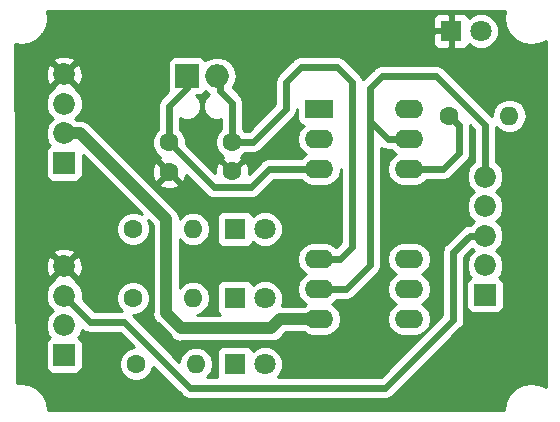
<source format=gbr>
G04 #@! TF.GenerationSoftware,KiCad,Pcbnew,5.0.1*
G04 #@! TF.CreationDate,2019-01-22T15:04:32+05:30*
G04 #@! TF.ProjectId,motor,6D6F746F722E6B696361645F70636200,rev?*
G04 #@! TF.SameCoordinates,Original*
G04 #@! TF.FileFunction,Copper,L1,Top,Signal*
G04 #@! TF.FilePolarity,Positive*
%FSLAX46Y46*%
G04 Gerber Fmt 4.6, Leading zero omitted, Abs format (unit mm)*
G04 Created by KiCad (PCBNEW 5.0.1) date Tue 22 Jan 2019 03:04:32 PM IST*
%MOMM*%
%LPD*%
G01*
G04 APERTURE LIST*
G04 #@! TA.AperFunction,ComponentPad*
%ADD10C,1.850000*%
G04 #@! TD*
G04 #@! TA.AperFunction,ComponentPad*
%ADD11R,1.850000X1.850000*%
G04 #@! TD*
G04 #@! TA.AperFunction,ComponentPad*
%ADD12C,1.800000*%
G04 #@! TD*
G04 #@! TA.AperFunction,ComponentPad*
%ADD13R,1.800000X1.800000*%
G04 #@! TD*
G04 #@! TA.AperFunction,ComponentPad*
%ADD14O,1.600000X1.600000*%
G04 #@! TD*
G04 #@! TA.AperFunction,ComponentPad*
%ADD15C,1.600000*%
G04 #@! TD*
G04 #@! TA.AperFunction,ComponentPad*
%ADD16O,2.400000X1.600000*%
G04 #@! TD*
G04 #@! TA.AperFunction,ComponentPad*
%ADD17R,2.400000X1.600000*%
G04 #@! TD*
G04 #@! TA.AperFunction,ComponentPad*
%ADD18R,1.998980X1.998980*%
G04 #@! TD*
G04 #@! TA.AperFunction,ComponentPad*
%ADD19O,1.998980X1.998980*%
G04 #@! TD*
G04 #@! TA.AperFunction,Conductor*
%ADD20C,1.000000*%
G04 #@! TD*
G04 #@! TA.AperFunction,Conductor*
%ADD21C,0.600000*%
G04 #@! TD*
G04 #@! TA.AperFunction,Conductor*
%ADD22C,0.254000*%
G04 #@! TD*
G04 APERTURE END LIST*
D10*
G04 #@! TO.P,J4,5*
G04 #@! TO.N,/2a*
X123525000Y-96675000D03*
G04 #@! TO.P,J4,4*
G04 #@! TO.N,/1a*
X123525000Y-99175000D03*
G04 #@! TO.P,J4,3*
G04 #@! TO.N,/sw1*
X123525000Y-101675000D03*
G04 #@! TO.P,J4,2*
G04 #@! TO.N,/sw2*
X123525000Y-104175000D03*
D11*
G04 #@! TO.P,J4,1*
G04 #@! TO.N,/sw3*
X123525000Y-106675000D03*
G04 #@! TD*
D12*
G04 #@! TO.P,D4,2*
G04 #@! TO.N,Net-(D4-Pad2)*
X123190000Y-84328000D03*
D13*
G04 #@! TO.P,D4,1*
G04 #@! TO.N,GND*
X120650000Y-84328000D03*
G04 #@! TD*
D14*
G04 #@! TO.P,R4,2*
G04 #@! TO.N,Net-(D4-Pad2)*
X125580000Y-91500000D03*
D15*
G04 #@! TO.P,R4,1*
G04 #@! TO.N,Net-(R4-Pad1)*
X120500000Y-91500000D03*
G04 #@! TD*
G04 #@! TO.P,C2,1*
G04 #@! TO.N,Net-(C2-Pad1)*
X102108000Y-93726000D03*
G04 #@! TO.P,C2,2*
G04 #@! TO.N,GND*
X102108000Y-96226000D03*
G04 #@! TD*
G04 #@! TO.P,C1,2*
G04 #@! TO.N,Net-(C1-Pad2)*
X96774000Y-93766000D03*
G04 #@! TO.P,C1,1*
G04 #@! TO.N,GND*
X96774000Y-96266000D03*
G04 #@! TD*
D14*
G04 #@! TO.P,R3,2*
G04 #@! TO.N,Net-(D3-Pad1)*
X99060000Y-112522000D03*
D15*
G04 #@! TO.P,R3,1*
G04 #@! TO.N,/sw3*
X93980000Y-112522000D03*
G04 #@! TD*
G04 #@! TO.P,R2,1*
G04 #@! TO.N,/sw2*
X93726000Y-106934000D03*
D14*
G04 #@! TO.P,R2,2*
G04 #@! TO.N,Net-(D2-Pad1)*
X98806000Y-106934000D03*
G04 #@! TD*
G04 #@! TO.P,R1,2*
G04 #@! TO.N,Net-(D1-Pad1)*
X98806000Y-101092000D03*
D15*
G04 #@! TO.P,R1,1*
G04 #@! TO.N,/sw1*
X93726000Y-101092000D03*
G04 #@! TD*
D12*
G04 #@! TO.P,D3,2*
G04 #@! TO.N,+5V*
X104902000Y-112522000D03*
D13*
G04 #@! TO.P,D3,1*
G04 #@! TO.N,Net-(D3-Pad1)*
X102362000Y-112522000D03*
G04 #@! TD*
G04 #@! TO.P,D2,1*
G04 #@! TO.N,Net-(D2-Pad1)*
X102362000Y-106934000D03*
D12*
G04 #@! TO.P,D2,2*
G04 #@! TO.N,+5V*
X104902000Y-106934000D03*
G04 #@! TD*
G04 #@! TO.P,D1,2*
G04 #@! TO.N,+5V*
X104902000Y-101092000D03*
D13*
G04 #@! TO.P,D1,1*
G04 #@! TO.N,Net-(D1-Pad1)*
X102362000Y-101092000D03*
G04 #@! TD*
D16*
G04 #@! TO.P,U1,16*
G04 #@! TO.N,+5V*
X117094000Y-90932000D03*
G04 #@! TO.P,U1,8*
G04 #@! TO.N,+12V*
X109474000Y-108712000D03*
G04 #@! TO.P,U1,15*
G04 #@! TO.N,/2a*
X117094000Y-93472000D03*
G04 #@! TO.P,U1,7*
X109474000Y-106172000D03*
G04 #@! TO.P,U1,14*
G04 #@! TO.N,Net-(R4-Pad1)*
X117094000Y-96012000D03*
G04 #@! TO.P,U1,6*
G04 #@! TO.N,Net-(C2-Pad1)*
X109474000Y-103632000D03*
G04 #@! TO.P,U1,13*
G04 #@! TO.N,GND*
X117094000Y-98552000D03*
G04 #@! TO.P,U1,5*
X109474000Y-101092000D03*
G04 #@! TO.P,U1,12*
X117094000Y-101092000D03*
G04 #@! TO.P,U1,4*
X109474000Y-98552000D03*
G04 #@! TO.P,U1,11*
G04 #@! TO.N,Net-(U1-Pad11)*
X117094000Y-103632000D03*
G04 #@! TO.P,U1,3*
G04 #@! TO.N,Net-(C1-Pad2)*
X109474000Y-96012000D03*
G04 #@! TO.P,U1,10*
G04 #@! TO.N,Net-(U1-Pad10)*
X117094000Y-106172000D03*
G04 #@! TO.P,U1,2*
G04 #@! TO.N,/1a*
X109474000Y-93472000D03*
G04 #@! TO.P,U1,9*
X117094000Y-108712000D03*
D17*
G04 #@! TO.P,U1,1*
G04 #@! TO.N,+5V*
X109474000Y-90932000D03*
G04 #@! TD*
D10*
G04 #@! TO.P,J1,4*
G04 #@! TO.N,GND*
X87884000Y-88004000D03*
G04 #@! TO.P,J1,3*
G04 #@! TO.N,+5V*
X87884000Y-90504000D03*
G04 #@! TO.P,J1,2*
G04 #@! TO.N,+12V*
X87884000Y-93004000D03*
D11*
G04 #@! TO.P,J1,1*
G04 #@! TO.N,Net-(J1-Pad1)*
X87884000Y-95504000D03*
G04 #@! TD*
G04 #@! TO.P,J2,1*
G04 #@! TO.N,/sw3*
X87884000Y-111760000D03*
D10*
G04 #@! TO.P,J2,2*
G04 #@! TO.N,/sw2*
X87884000Y-109260000D03*
G04 #@! TO.P,J2,3*
G04 #@! TO.N,/sw1*
X87884000Y-106760000D03*
G04 #@! TO.P,J2,4*
G04 #@! TO.N,GND*
X87884000Y-104260000D03*
G04 #@! TD*
D18*
G04 #@! TO.P,J3,1*
G04 #@! TO.N,Net-(C1-Pad2)*
X98298000Y-88138000D03*
D19*
G04 #@! TO.P,J3,2*
G04 #@! TO.N,Net-(C2-Pad1)*
X100838000Y-88138000D03*
G04 #@! TD*
D20*
G04 #@! TO.N,+12V*
X105410000Y-109474000D02*
X106172000Y-108712000D01*
X96520000Y-108204000D02*
X97790000Y-109474000D01*
X106172000Y-108712000D02*
X109474000Y-108712000D01*
X97790000Y-109474000D02*
X105410000Y-109474000D01*
X96520000Y-100275000D02*
X96520000Y-108204000D01*
X89249000Y-93004000D02*
X87884000Y-93004000D01*
X96520000Y-100275000D02*
X89249000Y-93004000D01*
D21*
G04 #@! TO.N,/sw1*
X115062000Y-114554000D02*
X98552000Y-114554000D01*
X92964000Y-108966000D02*
X90090000Y-108966000D01*
X98552000Y-114554000D02*
X92964000Y-108966000D01*
X90090000Y-108966000D02*
X87884000Y-106760000D01*
X120825000Y-103066853D02*
X120825000Y-108791000D01*
X122216853Y-101675000D02*
X120825000Y-103066853D01*
X123525000Y-101675000D02*
X122216853Y-101675000D01*
X120825000Y-108791000D02*
X115062000Y-114554000D01*
G04 #@! TO.N,/2a*
X111760000Y-106172000D02*
X109474000Y-106172000D01*
X113792000Y-104140000D02*
X111760000Y-106172000D01*
X119380000Y-88138000D02*
X114808000Y-88138000D01*
X123535001Y-92293001D02*
X119380000Y-88138000D01*
X114808000Y-88138000D02*
X113792000Y-89154000D01*
X115294000Y-93472000D02*
X113792000Y-91970000D01*
X113792000Y-91970000D02*
X113792000Y-91100000D01*
X117094000Y-93472000D02*
X115294000Y-93472000D01*
X113792000Y-89154000D02*
X113792000Y-91100000D01*
X113792000Y-91100000D02*
X113792000Y-104140000D01*
X123525000Y-94335001D02*
X123535001Y-94325000D01*
X123525000Y-96675000D02*
X123525000Y-94335001D01*
X123535001Y-95755001D02*
X123535001Y-94325000D01*
X123535001Y-94325000D02*
X123535001Y-92293001D01*
G04 #@! TO.N,Net-(C1-Pad2)*
X98298000Y-89123998D02*
X98298000Y-88138000D01*
X96774000Y-90647998D02*
X98298000Y-89123998D01*
X96774000Y-93766000D02*
X96774000Y-90647998D01*
X105263000Y-96012000D02*
X109474000Y-96012000D01*
X103748999Y-97526001D02*
X105263000Y-96012000D01*
X96774000Y-93766000D02*
X100534001Y-97526001D01*
X100534001Y-97526001D02*
X103748999Y-97526001D01*
G04 #@! TO.N,Net-(C2-Pad1)*
X102108000Y-90393998D02*
X101092000Y-89377998D01*
X102108000Y-93726000D02*
X102108000Y-90393998D01*
X101092000Y-88392000D02*
X100838000Y-88138000D01*
X101092000Y-89377998D02*
X101092000Y-88392000D01*
X111252000Y-103632000D02*
X109474000Y-103632000D01*
X112268000Y-102616000D02*
X111252000Y-103632000D01*
X112268000Y-88646000D02*
X112268000Y-102616000D01*
X102108000Y-93726000D02*
X103886000Y-93726000D01*
X106680000Y-90932000D02*
X106680000Y-88646000D01*
X103886000Y-93726000D02*
X106680000Y-90932000D01*
X107950000Y-87376000D02*
X110998000Y-87376000D01*
X106680000Y-88646000D02*
X107950000Y-87376000D01*
X110998000Y-87376000D02*
X112268000Y-88646000D01*
G04 #@! TO.N,Net-(R4-Pad1)*
X121299999Y-92299999D02*
X121299999Y-94700001D01*
X120500000Y-91500000D02*
X121299999Y-92299999D01*
X119988000Y-96012000D02*
X117094000Y-96012000D01*
X121299999Y-94700001D02*
X119988000Y-96012000D01*
G04 #@! TD*
D22*
G04 #@! TO.N,GND*
G36*
X125105000Y-83220000D02*
X125217815Y-83932284D01*
X125545216Y-84574845D01*
X126055155Y-85084784D01*
X126697716Y-85412185D01*
X127410000Y-85525000D01*
X128122284Y-85412185D01*
X128651000Y-85142791D01*
X128651000Y-114497209D01*
X128122284Y-114227815D01*
X127410000Y-114115000D01*
X126697716Y-114227815D01*
X126055155Y-114555216D01*
X125545216Y-115065155D01*
X125217815Y-115707716D01*
X125105000Y-116420000D01*
X125111177Y-116459000D01*
X86508823Y-116459000D01*
X86515000Y-116420000D01*
X86402185Y-115707716D01*
X86074784Y-115065155D01*
X85564845Y-114555216D01*
X84922284Y-114227815D01*
X84210000Y-114115000D01*
X83928895Y-114159523D01*
X83853178Y-104013368D01*
X86312675Y-104013368D01*
X86337903Y-104633461D01*
X86526668Y-105089179D01*
X86785744Y-105178651D01*
X87704395Y-104260000D01*
X88063605Y-104260000D01*
X88982256Y-105178651D01*
X89241332Y-105089179D01*
X89455325Y-104506632D01*
X89430097Y-103886539D01*
X89241332Y-103430821D01*
X88982256Y-103341349D01*
X88063605Y-104260000D01*
X87704395Y-104260000D01*
X86785744Y-103341349D01*
X86526668Y-103430821D01*
X86312675Y-104013368D01*
X83853178Y-104013368D01*
X83846823Y-103161744D01*
X86965349Y-103161744D01*
X87884000Y-104080395D01*
X88802651Y-103161744D01*
X88713179Y-102902668D01*
X88130632Y-102688675D01*
X87510539Y-102713903D01*
X87054821Y-102902668D01*
X86965349Y-103161744D01*
X83846823Y-103161744D01*
X83782772Y-94579000D01*
X86311560Y-94579000D01*
X86311560Y-96429000D01*
X86360843Y-96676765D01*
X86501191Y-96886809D01*
X86711235Y-97027157D01*
X86959000Y-97076440D01*
X88809000Y-97076440D01*
X89056765Y-97027157D01*
X89266809Y-96886809D01*
X89407157Y-96676765D01*
X89456440Y-96429000D01*
X89456440Y-94816571D01*
X94498697Y-99858829D01*
X94011439Y-99657000D01*
X93440561Y-99657000D01*
X92913138Y-99875466D01*
X92509466Y-100279138D01*
X92291000Y-100806561D01*
X92291000Y-101377439D01*
X92509466Y-101904862D01*
X92913138Y-102308534D01*
X93440561Y-102527000D01*
X94011439Y-102527000D01*
X94538862Y-102308534D01*
X94942534Y-101904862D01*
X95161000Y-101377439D01*
X95161000Y-100806561D01*
X94959171Y-100319303D01*
X95385000Y-100745132D01*
X95385001Y-108092212D01*
X95362765Y-108204000D01*
X95450854Y-108646854D01*
X95516085Y-108744478D01*
X95701712Y-109022289D01*
X95796480Y-109085611D01*
X96908389Y-110197521D01*
X96971711Y-110292289D01*
X97347145Y-110543146D01*
X97789999Y-110631235D01*
X97901782Y-110609000D01*
X105298217Y-110609000D01*
X105410000Y-110631235D01*
X105521783Y-110609000D01*
X105852855Y-110543146D01*
X106228289Y-110292289D01*
X106291613Y-110197519D01*
X106642132Y-109847000D01*
X108189717Y-109847000D01*
X108514091Y-110063740D01*
X108932667Y-110147000D01*
X110015333Y-110147000D01*
X110433909Y-110063740D01*
X110908577Y-109746577D01*
X111225740Y-109271909D01*
X111337113Y-108712000D01*
X111225740Y-108152091D01*
X110908577Y-107677423D01*
X110556242Y-107442000D01*
X110908577Y-107206577D01*
X110975112Y-107107000D01*
X111667914Y-107107000D01*
X111760000Y-107125317D01*
X111852086Y-107107000D01*
X112124819Y-107052750D01*
X112434097Y-106846097D01*
X112486261Y-106768028D01*
X114388031Y-104866259D01*
X114466097Y-104814097D01*
X114672750Y-104504819D01*
X114727000Y-104232086D01*
X114745317Y-104140000D01*
X114727000Y-104047914D01*
X114727000Y-103632000D01*
X115230887Y-103632000D01*
X115342260Y-104191909D01*
X115659423Y-104666577D01*
X116011758Y-104902000D01*
X115659423Y-105137423D01*
X115342260Y-105612091D01*
X115230887Y-106172000D01*
X115342260Y-106731909D01*
X115659423Y-107206577D01*
X116011758Y-107442000D01*
X115659423Y-107677423D01*
X115342260Y-108152091D01*
X115230887Y-108712000D01*
X115342260Y-109271909D01*
X115659423Y-109746577D01*
X116134091Y-110063740D01*
X116552667Y-110147000D01*
X117635333Y-110147000D01*
X118053909Y-110063740D01*
X118528577Y-109746577D01*
X118845740Y-109271909D01*
X118957113Y-108712000D01*
X118845740Y-108152091D01*
X118528577Y-107677423D01*
X118176242Y-107442000D01*
X118528577Y-107206577D01*
X118845740Y-106731909D01*
X118957113Y-106172000D01*
X118845740Y-105612091D01*
X118528577Y-105137423D01*
X118176242Y-104902000D01*
X118528577Y-104666577D01*
X118845740Y-104191909D01*
X118957113Y-103632000D01*
X118845740Y-103072091D01*
X118528577Y-102597423D01*
X118053909Y-102280260D01*
X117635333Y-102197000D01*
X116552667Y-102197000D01*
X116134091Y-102280260D01*
X115659423Y-102597423D01*
X115342260Y-103072091D01*
X115230887Y-103632000D01*
X114727000Y-103632000D01*
X114727000Y-94217657D01*
X114929181Y-94352750D01*
X115294000Y-94425317D01*
X115386086Y-94407000D01*
X115592888Y-94407000D01*
X115659423Y-94506577D01*
X116011758Y-94742000D01*
X115659423Y-94977423D01*
X115342260Y-95452091D01*
X115230887Y-96012000D01*
X115342260Y-96571909D01*
X115659423Y-97046577D01*
X116134091Y-97363740D01*
X116552667Y-97447000D01*
X117635333Y-97447000D01*
X118053909Y-97363740D01*
X118528577Y-97046577D01*
X118595112Y-96947000D01*
X119895914Y-96947000D01*
X119988000Y-96965317D01*
X120080086Y-96947000D01*
X120352819Y-96892750D01*
X120662097Y-96686097D01*
X120714261Y-96608028D01*
X121896030Y-95426260D01*
X121974096Y-95374098D01*
X122180749Y-95064820D01*
X122234999Y-94792087D01*
X122253316Y-94700001D01*
X122234999Y-94607915D01*
X122234999Y-92392079D01*
X122247739Y-92328029D01*
X122600002Y-92680292D01*
X122600001Y-94192637D01*
X122571683Y-94335001D01*
X122590001Y-94427091D01*
X122590001Y-95403826D01*
X122202496Y-95791331D01*
X121965000Y-96364697D01*
X121965000Y-96985303D01*
X122202496Y-97558669D01*
X122568827Y-97925000D01*
X122202496Y-98291331D01*
X121965000Y-98864697D01*
X121965000Y-99485303D01*
X122202496Y-100058669D01*
X122568827Y-100425000D01*
X122262970Y-100730857D01*
X122216852Y-100721684D01*
X122124770Y-100740000D01*
X122124767Y-100740000D01*
X121852034Y-100794250D01*
X121542756Y-101000903D01*
X121490594Y-101078969D01*
X120228972Y-102340592D01*
X120150903Y-102392756D01*
X120005746Y-102610000D01*
X119944250Y-102702035D01*
X119871683Y-103066853D01*
X119890000Y-103158939D01*
X119890001Y-108403709D01*
X114674711Y-113619000D01*
X105975817Y-113619000D01*
X106203310Y-113391507D01*
X106437000Y-112827330D01*
X106437000Y-112216670D01*
X106203310Y-111652493D01*
X105771507Y-111220690D01*
X105207330Y-110987000D01*
X104596670Y-110987000D01*
X104032493Y-111220690D01*
X103863275Y-111389908D01*
X103860157Y-111374235D01*
X103719809Y-111164191D01*
X103509765Y-111023843D01*
X103262000Y-110974560D01*
X101462000Y-110974560D01*
X101214235Y-111023843D01*
X101004191Y-111164191D01*
X100863843Y-111374235D01*
X100814560Y-111622000D01*
X100814560Y-113422000D01*
X100853745Y-113619000D01*
X100001154Y-113619000D01*
X100094577Y-113556577D01*
X100411740Y-113081909D01*
X100523113Y-112522000D01*
X100411740Y-111962091D01*
X100094577Y-111487423D01*
X99619909Y-111170260D01*
X99201333Y-111087000D01*
X98918667Y-111087000D01*
X98500091Y-111170260D01*
X98025423Y-111487423D01*
X97708260Y-111962091D01*
X97637602Y-112317312D01*
X93690261Y-108369972D01*
X93689612Y-108369000D01*
X94011439Y-108369000D01*
X94538862Y-108150534D01*
X94942534Y-107746862D01*
X95161000Y-107219439D01*
X95161000Y-106648561D01*
X94942534Y-106121138D01*
X94538862Y-105717466D01*
X94011439Y-105499000D01*
X93440561Y-105499000D01*
X92913138Y-105717466D01*
X92509466Y-106121138D01*
X92291000Y-106648561D01*
X92291000Y-107219439D01*
X92509466Y-107746862D01*
X92793604Y-108031000D01*
X90477290Y-108031000D01*
X89444000Y-106997711D01*
X89444000Y-106449697D01*
X89206504Y-105876331D01*
X88773330Y-105443157D01*
X88802651Y-105358256D01*
X87884000Y-104439605D01*
X86965349Y-105358256D01*
X86994670Y-105443157D01*
X86561496Y-105876331D01*
X86324000Y-106449697D01*
X86324000Y-107070303D01*
X86561496Y-107643669D01*
X86927827Y-108010000D01*
X86561496Y-108376331D01*
X86324000Y-108949697D01*
X86324000Y-109570303D01*
X86561496Y-110143669D01*
X86677327Y-110259500D01*
X86501191Y-110377191D01*
X86360843Y-110587235D01*
X86311560Y-110835000D01*
X86311560Y-112685000D01*
X86360843Y-112932765D01*
X86501191Y-113142809D01*
X86711235Y-113283157D01*
X86959000Y-113332440D01*
X88809000Y-113332440D01*
X89056765Y-113283157D01*
X89266809Y-113142809D01*
X89407157Y-112932765D01*
X89456440Y-112685000D01*
X89456440Y-110835000D01*
X89407157Y-110587235D01*
X89266809Y-110377191D01*
X89090673Y-110259500D01*
X89206504Y-110143669D01*
X89415401Y-109639346D01*
X89415903Y-109640097D01*
X89493969Y-109692259D01*
X89725181Y-109846750D01*
X90089999Y-109919317D01*
X90182085Y-109901000D01*
X92576711Y-109901000D01*
X93762711Y-111087000D01*
X93694561Y-111087000D01*
X93167138Y-111305466D01*
X92763466Y-111709138D01*
X92545000Y-112236561D01*
X92545000Y-112807439D01*
X92763466Y-113334862D01*
X93167138Y-113738534D01*
X93694561Y-113957000D01*
X94265439Y-113957000D01*
X94792862Y-113738534D01*
X95196534Y-113334862D01*
X95415000Y-112807439D01*
X95415000Y-112739290D01*
X97825741Y-115150031D01*
X97877903Y-115228097D01*
X98187181Y-115434750D01*
X98459914Y-115489000D01*
X98459917Y-115489000D01*
X98551999Y-115507316D01*
X98644081Y-115489000D01*
X114969914Y-115489000D01*
X115062000Y-115507317D01*
X115154086Y-115489000D01*
X115426819Y-115434750D01*
X115736097Y-115228097D01*
X115788261Y-115150028D01*
X121421031Y-109517259D01*
X121499097Y-109465097D01*
X121705750Y-109155819D01*
X121760000Y-108883086D01*
X121778317Y-108791000D01*
X121760000Y-108698914D01*
X121760000Y-103454142D01*
X122428985Y-102785158D01*
X122568827Y-102925000D01*
X122202496Y-103291331D01*
X121965000Y-103864697D01*
X121965000Y-104485303D01*
X122202496Y-105058669D01*
X122318327Y-105174500D01*
X122142191Y-105292191D01*
X122001843Y-105502235D01*
X121952560Y-105750000D01*
X121952560Y-107600000D01*
X122001843Y-107847765D01*
X122142191Y-108057809D01*
X122352235Y-108198157D01*
X122600000Y-108247440D01*
X124450000Y-108247440D01*
X124697765Y-108198157D01*
X124907809Y-108057809D01*
X125048157Y-107847765D01*
X125097440Y-107600000D01*
X125097440Y-105750000D01*
X125048157Y-105502235D01*
X124907809Y-105292191D01*
X124731673Y-105174500D01*
X124847504Y-105058669D01*
X125085000Y-104485303D01*
X125085000Y-103864697D01*
X124847504Y-103291331D01*
X124481173Y-102925000D01*
X124847504Y-102558669D01*
X125085000Y-101985303D01*
X125085000Y-101364697D01*
X124847504Y-100791331D01*
X124481173Y-100425000D01*
X124847504Y-100058669D01*
X125085000Y-99485303D01*
X125085000Y-98864697D01*
X124847504Y-98291331D01*
X124481173Y-97925000D01*
X124847504Y-97558669D01*
X125085000Y-96985303D01*
X125085000Y-96364697D01*
X124847504Y-95791331D01*
X124470001Y-95413828D01*
X124470001Y-94417085D01*
X124488318Y-94325000D01*
X124470001Y-94232914D01*
X124470001Y-92421700D01*
X124545423Y-92534577D01*
X125020091Y-92851740D01*
X125438667Y-92935000D01*
X125721333Y-92935000D01*
X126139909Y-92851740D01*
X126614577Y-92534577D01*
X126931740Y-92059909D01*
X127043113Y-91500000D01*
X126931740Y-90940091D01*
X126614577Y-90465423D01*
X126139909Y-90148260D01*
X125721333Y-90065000D01*
X125438667Y-90065000D01*
X125020091Y-90148260D01*
X124545423Y-90465423D01*
X124228260Y-90940091D01*
X124116887Y-91500000D01*
X124129947Y-91565657D01*
X120106261Y-87541972D01*
X120054097Y-87463903D01*
X119744819Y-87257250D01*
X119472086Y-87203000D01*
X119380000Y-87184683D01*
X119287914Y-87203000D01*
X114900086Y-87203000D01*
X114808000Y-87184683D01*
X114715914Y-87203000D01*
X114443181Y-87257250D01*
X114133903Y-87463903D01*
X114081741Y-87541969D01*
X113195972Y-88427739D01*
X113180022Y-88438396D01*
X113148750Y-88281181D01*
X112942097Y-87971903D01*
X112864031Y-87919741D01*
X111724261Y-86779972D01*
X111672097Y-86701903D01*
X111362819Y-86495250D01*
X111090086Y-86441000D01*
X110998000Y-86422683D01*
X110905914Y-86441000D01*
X108042081Y-86441000D01*
X107949999Y-86422684D01*
X107857917Y-86441000D01*
X107857914Y-86441000D01*
X107585181Y-86495250D01*
X107275903Y-86701903D01*
X107223741Y-86779969D01*
X106083970Y-87919741D01*
X106005904Y-87971903D01*
X105953742Y-88049969D01*
X105953741Y-88049970D01*
X105799250Y-88281182D01*
X105726683Y-88646000D01*
X105745001Y-88738090D01*
X105745000Y-90544711D01*
X103498711Y-92791000D01*
X103202396Y-92791000D01*
X103043000Y-92631604D01*
X103043000Y-90486084D01*
X103061317Y-90393998D01*
X102988750Y-90029179D01*
X102834259Y-89797967D01*
X102782097Y-89719901D01*
X102704031Y-89667739D01*
X102151100Y-89114809D01*
X102377655Y-88775746D01*
X102504511Y-88138000D01*
X102377655Y-87500254D01*
X102016401Y-86959599D01*
X101475746Y-86598345D01*
X100998980Y-86503510D01*
X100677020Y-86503510D01*
X100200254Y-86598345D01*
X99854595Y-86829307D01*
X99755299Y-86680701D01*
X99545255Y-86540353D01*
X99297490Y-86491070D01*
X97298510Y-86491070D01*
X97050745Y-86540353D01*
X96840701Y-86680701D01*
X96700353Y-86890745D01*
X96651070Y-87138510D01*
X96651070Y-89137490D01*
X96700353Y-89385255D01*
X96706001Y-89393708D01*
X96177970Y-89921739D01*
X96099904Y-89973901D01*
X96047742Y-90051967D01*
X96047741Y-90051968D01*
X95893250Y-90283180D01*
X95820683Y-90647998D01*
X95839001Y-90740088D01*
X95839000Y-92671604D01*
X95557466Y-92953138D01*
X95339000Y-93480561D01*
X95339000Y-94051439D01*
X95557466Y-94578862D01*
X95961138Y-94982534D01*
X96026299Y-95009525D01*
X96019995Y-95012136D01*
X95945861Y-95258255D01*
X96774000Y-96086395D01*
X96788143Y-96072253D01*
X96967748Y-96251858D01*
X96953605Y-96266000D01*
X97781745Y-97094139D01*
X98027864Y-97020005D01*
X98207090Y-96521379D01*
X99807742Y-98122032D01*
X99859904Y-98200098D01*
X100169182Y-98406751D01*
X100441915Y-98461001D01*
X100441919Y-98461001D01*
X100534000Y-98479317D01*
X100626081Y-98461001D01*
X103656913Y-98461001D01*
X103748999Y-98479318D01*
X103841085Y-98461001D01*
X104113818Y-98406751D01*
X104423096Y-98200098D01*
X104475260Y-98122029D01*
X105650290Y-96947000D01*
X107972888Y-96947000D01*
X108039423Y-97046577D01*
X108514091Y-97363740D01*
X108932667Y-97447000D01*
X110015333Y-97447000D01*
X110433909Y-97363740D01*
X110908577Y-97046577D01*
X111225740Y-96571909D01*
X111333001Y-96032675D01*
X111333001Y-102228709D01*
X110930892Y-102630819D01*
X110908577Y-102597423D01*
X110433909Y-102280260D01*
X110015333Y-102197000D01*
X108932667Y-102197000D01*
X108514091Y-102280260D01*
X108039423Y-102597423D01*
X107722260Y-103072091D01*
X107610887Y-103632000D01*
X107722260Y-104191909D01*
X108039423Y-104666577D01*
X108391758Y-104902000D01*
X108039423Y-105137423D01*
X107722260Y-105612091D01*
X107610887Y-106172000D01*
X107722260Y-106731909D01*
X108039423Y-107206577D01*
X108391758Y-107442000D01*
X108189717Y-107577000D01*
X106297132Y-107577000D01*
X106437000Y-107239330D01*
X106437000Y-106628670D01*
X106203310Y-106064493D01*
X105771507Y-105632690D01*
X105207330Y-105399000D01*
X104596670Y-105399000D01*
X104032493Y-105632690D01*
X103863275Y-105801908D01*
X103860157Y-105786235D01*
X103719809Y-105576191D01*
X103509765Y-105435843D01*
X103262000Y-105386560D01*
X101462000Y-105386560D01*
X101214235Y-105435843D01*
X101004191Y-105576191D01*
X100863843Y-105786235D01*
X100814560Y-106034000D01*
X100814560Y-107834000D01*
X100863843Y-108081765D01*
X101004191Y-108291809D01*
X101074817Y-108339000D01*
X99098153Y-108339000D01*
X99365909Y-108285740D01*
X99840577Y-107968577D01*
X100157740Y-107493909D01*
X100269113Y-106934000D01*
X100157740Y-106374091D01*
X99840577Y-105899423D01*
X99365909Y-105582260D01*
X98947333Y-105499000D01*
X98664667Y-105499000D01*
X98246091Y-105582260D01*
X97771423Y-105899423D01*
X97655000Y-106073662D01*
X97655000Y-101952338D01*
X97771423Y-102126577D01*
X98246091Y-102443740D01*
X98664667Y-102527000D01*
X98947333Y-102527000D01*
X99365909Y-102443740D01*
X99840577Y-102126577D01*
X100157740Y-101651909D01*
X100269113Y-101092000D01*
X100157740Y-100532091D01*
X99930499Y-100192000D01*
X100814560Y-100192000D01*
X100814560Y-101992000D01*
X100863843Y-102239765D01*
X101004191Y-102449809D01*
X101214235Y-102590157D01*
X101462000Y-102639440D01*
X103262000Y-102639440D01*
X103509765Y-102590157D01*
X103719809Y-102449809D01*
X103860157Y-102239765D01*
X103863275Y-102224092D01*
X104032493Y-102393310D01*
X104596670Y-102627000D01*
X105207330Y-102627000D01*
X105771507Y-102393310D01*
X106203310Y-101961507D01*
X106437000Y-101397330D01*
X106437000Y-100786670D01*
X106203310Y-100222493D01*
X105771507Y-99790690D01*
X105207330Y-99557000D01*
X104596670Y-99557000D01*
X104032493Y-99790690D01*
X103863275Y-99959908D01*
X103860157Y-99944235D01*
X103719809Y-99734191D01*
X103509765Y-99593843D01*
X103262000Y-99544560D01*
X101462000Y-99544560D01*
X101214235Y-99593843D01*
X101004191Y-99734191D01*
X100863843Y-99944235D01*
X100814560Y-100192000D01*
X99930499Y-100192000D01*
X99840577Y-100057423D01*
X99365909Y-99740260D01*
X98947333Y-99657000D01*
X98664667Y-99657000D01*
X98246091Y-99740260D01*
X97771423Y-100057423D01*
X97665491Y-100215961D01*
X97589146Y-99832145D01*
X97523695Y-99734191D01*
X97338289Y-99456711D01*
X97243522Y-99393390D01*
X95123877Y-97273745D01*
X95945861Y-97273745D01*
X96019995Y-97519864D01*
X96557223Y-97712965D01*
X97127454Y-97685778D01*
X97528005Y-97519864D01*
X97602139Y-97273745D01*
X96774000Y-96445605D01*
X95945861Y-97273745D01*
X95123877Y-97273745D01*
X93899355Y-96049223D01*
X95327035Y-96049223D01*
X95354222Y-96619454D01*
X95520136Y-97020005D01*
X95766255Y-97094139D01*
X96594395Y-96266000D01*
X95766255Y-95437861D01*
X95520136Y-95511995D01*
X95327035Y-96049223D01*
X93899355Y-96049223D01*
X90130613Y-92280482D01*
X90067289Y-92185711D01*
X89691855Y-91934854D01*
X89360783Y-91869000D01*
X89249000Y-91846765D01*
X89137217Y-91869000D01*
X88955173Y-91869000D01*
X88840173Y-91754000D01*
X89206504Y-91387669D01*
X89444000Y-90814303D01*
X89444000Y-90193697D01*
X89206504Y-89620331D01*
X88773330Y-89187157D01*
X88802651Y-89102256D01*
X87884000Y-88183605D01*
X86965349Y-89102256D01*
X86994670Y-89187157D01*
X86561496Y-89620331D01*
X86324000Y-90193697D01*
X86324000Y-90814303D01*
X86561496Y-91387669D01*
X86927827Y-91754000D01*
X86561496Y-92120331D01*
X86324000Y-92693697D01*
X86324000Y-93314303D01*
X86561496Y-93887669D01*
X86677327Y-94003500D01*
X86501191Y-94121191D01*
X86360843Y-94331235D01*
X86311560Y-94579000D01*
X83782772Y-94579000D01*
X83731865Y-87757368D01*
X86312675Y-87757368D01*
X86337903Y-88377461D01*
X86526668Y-88833179D01*
X86785744Y-88922651D01*
X87704395Y-88004000D01*
X88063605Y-88004000D01*
X88982256Y-88922651D01*
X89241332Y-88833179D01*
X89455325Y-88250632D01*
X89430097Y-87630539D01*
X89241332Y-87174821D01*
X88982256Y-87085349D01*
X88063605Y-88004000D01*
X87704395Y-88004000D01*
X86785744Y-87085349D01*
X86526668Y-87174821D01*
X86312675Y-87757368D01*
X83731865Y-87757368D01*
X83725510Y-86905744D01*
X86965349Y-86905744D01*
X87884000Y-87824395D01*
X88802651Y-86905744D01*
X88713179Y-86646668D01*
X88130632Y-86432675D01*
X87510539Y-86457903D01*
X87054821Y-86646668D01*
X86965349Y-86905744D01*
X83725510Y-86905744D01*
X83714619Y-85446539D01*
X84210000Y-85525000D01*
X84922284Y-85412185D01*
X85564845Y-85084784D01*
X86035879Y-84613750D01*
X119115000Y-84613750D01*
X119115000Y-85354310D01*
X119211673Y-85587699D01*
X119390302Y-85766327D01*
X119623691Y-85863000D01*
X120364250Y-85863000D01*
X120523000Y-85704250D01*
X120523000Y-84455000D01*
X119273750Y-84455000D01*
X119115000Y-84613750D01*
X86035879Y-84613750D01*
X86074784Y-84574845D01*
X86402185Y-83932284D01*
X86502061Y-83301690D01*
X119115000Y-83301690D01*
X119115000Y-84042250D01*
X119273750Y-84201000D01*
X120523000Y-84201000D01*
X120523000Y-82951750D01*
X120777000Y-82951750D01*
X120777000Y-84201000D01*
X120797000Y-84201000D01*
X120797000Y-84455000D01*
X120777000Y-84455000D01*
X120777000Y-85704250D01*
X120935750Y-85863000D01*
X121676309Y-85863000D01*
X121909698Y-85766327D01*
X122088327Y-85587699D01*
X122144139Y-85452956D01*
X122320493Y-85629310D01*
X122884670Y-85863000D01*
X123495330Y-85863000D01*
X124059507Y-85629310D01*
X124491310Y-85197507D01*
X124725000Y-84633330D01*
X124725000Y-84022670D01*
X124491310Y-83458493D01*
X124059507Y-83026690D01*
X123495330Y-82793000D01*
X122884670Y-82793000D01*
X122320493Y-83026690D01*
X122144139Y-83203044D01*
X122088327Y-83068301D01*
X121909698Y-82889673D01*
X121676309Y-82793000D01*
X120935750Y-82793000D01*
X120777000Y-82951750D01*
X120523000Y-82951750D01*
X120364250Y-82793000D01*
X119623691Y-82793000D01*
X119390302Y-82889673D01*
X119211673Y-83068301D01*
X119115000Y-83301690D01*
X86502061Y-83301690D01*
X86515000Y-83220000D01*
X86428997Y-82677000D01*
X125191003Y-82677000D01*
X125105000Y-83220000D01*
X125105000Y-83220000D01*
G37*
X125105000Y-83220000D02*
X125217815Y-83932284D01*
X125545216Y-84574845D01*
X126055155Y-85084784D01*
X126697716Y-85412185D01*
X127410000Y-85525000D01*
X128122284Y-85412185D01*
X128651000Y-85142791D01*
X128651000Y-114497209D01*
X128122284Y-114227815D01*
X127410000Y-114115000D01*
X126697716Y-114227815D01*
X126055155Y-114555216D01*
X125545216Y-115065155D01*
X125217815Y-115707716D01*
X125105000Y-116420000D01*
X125111177Y-116459000D01*
X86508823Y-116459000D01*
X86515000Y-116420000D01*
X86402185Y-115707716D01*
X86074784Y-115065155D01*
X85564845Y-114555216D01*
X84922284Y-114227815D01*
X84210000Y-114115000D01*
X83928895Y-114159523D01*
X83853178Y-104013368D01*
X86312675Y-104013368D01*
X86337903Y-104633461D01*
X86526668Y-105089179D01*
X86785744Y-105178651D01*
X87704395Y-104260000D01*
X88063605Y-104260000D01*
X88982256Y-105178651D01*
X89241332Y-105089179D01*
X89455325Y-104506632D01*
X89430097Y-103886539D01*
X89241332Y-103430821D01*
X88982256Y-103341349D01*
X88063605Y-104260000D01*
X87704395Y-104260000D01*
X86785744Y-103341349D01*
X86526668Y-103430821D01*
X86312675Y-104013368D01*
X83853178Y-104013368D01*
X83846823Y-103161744D01*
X86965349Y-103161744D01*
X87884000Y-104080395D01*
X88802651Y-103161744D01*
X88713179Y-102902668D01*
X88130632Y-102688675D01*
X87510539Y-102713903D01*
X87054821Y-102902668D01*
X86965349Y-103161744D01*
X83846823Y-103161744D01*
X83782772Y-94579000D01*
X86311560Y-94579000D01*
X86311560Y-96429000D01*
X86360843Y-96676765D01*
X86501191Y-96886809D01*
X86711235Y-97027157D01*
X86959000Y-97076440D01*
X88809000Y-97076440D01*
X89056765Y-97027157D01*
X89266809Y-96886809D01*
X89407157Y-96676765D01*
X89456440Y-96429000D01*
X89456440Y-94816571D01*
X94498697Y-99858829D01*
X94011439Y-99657000D01*
X93440561Y-99657000D01*
X92913138Y-99875466D01*
X92509466Y-100279138D01*
X92291000Y-100806561D01*
X92291000Y-101377439D01*
X92509466Y-101904862D01*
X92913138Y-102308534D01*
X93440561Y-102527000D01*
X94011439Y-102527000D01*
X94538862Y-102308534D01*
X94942534Y-101904862D01*
X95161000Y-101377439D01*
X95161000Y-100806561D01*
X94959171Y-100319303D01*
X95385000Y-100745132D01*
X95385001Y-108092212D01*
X95362765Y-108204000D01*
X95450854Y-108646854D01*
X95516085Y-108744478D01*
X95701712Y-109022289D01*
X95796480Y-109085611D01*
X96908389Y-110197521D01*
X96971711Y-110292289D01*
X97347145Y-110543146D01*
X97789999Y-110631235D01*
X97901782Y-110609000D01*
X105298217Y-110609000D01*
X105410000Y-110631235D01*
X105521783Y-110609000D01*
X105852855Y-110543146D01*
X106228289Y-110292289D01*
X106291613Y-110197519D01*
X106642132Y-109847000D01*
X108189717Y-109847000D01*
X108514091Y-110063740D01*
X108932667Y-110147000D01*
X110015333Y-110147000D01*
X110433909Y-110063740D01*
X110908577Y-109746577D01*
X111225740Y-109271909D01*
X111337113Y-108712000D01*
X111225740Y-108152091D01*
X110908577Y-107677423D01*
X110556242Y-107442000D01*
X110908577Y-107206577D01*
X110975112Y-107107000D01*
X111667914Y-107107000D01*
X111760000Y-107125317D01*
X111852086Y-107107000D01*
X112124819Y-107052750D01*
X112434097Y-106846097D01*
X112486261Y-106768028D01*
X114388031Y-104866259D01*
X114466097Y-104814097D01*
X114672750Y-104504819D01*
X114727000Y-104232086D01*
X114745317Y-104140000D01*
X114727000Y-104047914D01*
X114727000Y-103632000D01*
X115230887Y-103632000D01*
X115342260Y-104191909D01*
X115659423Y-104666577D01*
X116011758Y-104902000D01*
X115659423Y-105137423D01*
X115342260Y-105612091D01*
X115230887Y-106172000D01*
X115342260Y-106731909D01*
X115659423Y-107206577D01*
X116011758Y-107442000D01*
X115659423Y-107677423D01*
X115342260Y-108152091D01*
X115230887Y-108712000D01*
X115342260Y-109271909D01*
X115659423Y-109746577D01*
X116134091Y-110063740D01*
X116552667Y-110147000D01*
X117635333Y-110147000D01*
X118053909Y-110063740D01*
X118528577Y-109746577D01*
X118845740Y-109271909D01*
X118957113Y-108712000D01*
X118845740Y-108152091D01*
X118528577Y-107677423D01*
X118176242Y-107442000D01*
X118528577Y-107206577D01*
X118845740Y-106731909D01*
X118957113Y-106172000D01*
X118845740Y-105612091D01*
X118528577Y-105137423D01*
X118176242Y-104902000D01*
X118528577Y-104666577D01*
X118845740Y-104191909D01*
X118957113Y-103632000D01*
X118845740Y-103072091D01*
X118528577Y-102597423D01*
X118053909Y-102280260D01*
X117635333Y-102197000D01*
X116552667Y-102197000D01*
X116134091Y-102280260D01*
X115659423Y-102597423D01*
X115342260Y-103072091D01*
X115230887Y-103632000D01*
X114727000Y-103632000D01*
X114727000Y-94217657D01*
X114929181Y-94352750D01*
X115294000Y-94425317D01*
X115386086Y-94407000D01*
X115592888Y-94407000D01*
X115659423Y-94506577D01*
X116011758Y-94742000D01*
X115659423Y-94977423D01*
X115342260Y-95452091D01*
X115230887Y-96012000D01*
X115342260Y-96571909D01*
X115659423Y-97046577D01*
X116134091Y-97363740D01*
X116552667Y-97447000D01*
X117635333Y-97447000D01*
X118053909Y-97363740D01*
X118528577Y-97046577D01*
X118595112Y-96947000D01*
X119895914Y-96947000D01*
X119988000Y-96965317D01*
X120080086Y-96947000D01*
X120352819Y-96892750D01*
X120662097Y-96686097D01*
X120714261Y-96608028D01*
X121896030Y-95426260D01*
X121974096Y-95374098D01*
X122180749Y-95064820D01*
X122234999Y-94792087D01*
X122253316Y-94700001D01*
X122234999Y-94607915D01*
X122234999Y-92392079D01*
X122247739Y-92328029D01*
X122600002Y-92680292D01*
X122600001Y-94192637D01*
X122571683Y-94335001D01*
X122590001Y-94427091D01*
X122590001Y-95403826D01*
X122202496Y-95791331D01*
X121965000Y-96364697D01*
X121965000Y-96985303D01*
X122202496Y-97558669D01*
X122568827Y-97925000D01*
X122202496Y-98291331D01*
X121965000Y-98864697D01*
X121965000Y-99485303D01*
X122202496Y-100058669D01*
X122568827Y-100425000D01*
X122262970Y-100730857D01*
X122216852Y-100721684D01*
X122124770Y-100740000D01*
X122124767Y-100740000D01*
X121852034Y-100794250D01*
X121542756Y-101000903D01*
X121490594Y-101078969D01*
X120228972Y-102340592D01*
X120150903Y-102392756D01*
X120005746Y-102610000D01*
X119944250Y-102702035D01*
X119871683Y-103066853D01*
X119890000Y-103158939D01*
X119890001Y-108403709D01*
X114674711Y-113619000D01*
X105975817Y-113619000D01*
X106203310Y-113391507D01*
X106437000Y-112827330D01*
X106437000Y-112216670D01*
X106203310Y-111652493D01*
X105771507Y-111220690D01*
X105207330Y-110987000D01*
X104596670Y-110987000D01*
X104032493Y-111220690D01*
X103863275Y-111389908D01*
X103860157Y-111374235D01*
X103719809Y-111164191D01*
X103509765Y-111023843D01*
X103262000Y-110974560D01*
X101462000Y-110974560D01*
X101214235Y-111023843D01*
X101004191Y-111164191D01*
X100863843Y-111374235D01*
X100814560Y-111622000D01*
X100814560Y-113422000D01*
X100853745Y-113619000D01*
X100001154Y-113619000D01*
X100094577Y-113556577D01*
X100411740Y-113081909D01*
X100523113Y-112522000D01*
X100411740Y-111962091D01*
X100094577Y-111487423D01*
X99619909Y-111170260D01*
X99201333Y-111087000D01*
X98918667Y-111087000D01*
X98500091Y-111170260D01*
X98025423Y-111487423D01*
X97708260Y-111962091D01*
X97637602Y-112317312D01*
X93690261Y-108369972D01*
X93689612Y-108369000D01*
X94011439Y-108369000D01*
X94538862Y-108150534D01*
X94942534Y-107746862D01*
X95161000Y-107219439D01*
X95161000Y-106648561D01*
X94942534Y-106121138D01*
X94538862Y-105717466D01*
X94011439Y-105499000D01*
X93440561Y-105499000D01*
X92913138Y-105717466D01*
X92509466Y-106121138D01*
X92291000Y-106648561D01*
X92291000Y-107219439D01*
X92509466Y-107746862D01*
X92793604Y-108031000D01*
X90477290Y-108031000D01*
X89444000Y-106997711D01*
X89444000Y-106449697D01*
X89206504Y-105876331D01*
X88773330Y-105443157D01*
X88802651Y-105358256D01*
X87884000Y-104439605D01*
X86965349Y-105358256D01*
X86994670Y-105443157D01*
X86561496Y-105876331D01*
X86324000Y-106449697D01*
X86324000Y-107070303D01*
X86561496Y-107643669D01*
X86927827Y-108010000D01*
X86561496Y-108376331D01*
X86324000Y-108949697D01*
X86324000Y-109570303D01*
X86561496Y-110143669D01*
X86677327Y-110259500D01*
X86501191Y-110377191D01*
X86360843Y-110587235D01*
X86311560Y-110835000D01*
X86311560Y-112685000D01*
X86360843Y-112932765D01*
X86501191Y-113142809D01*
X86711235Y-113283157D01*
X86959000Y-113332440D01*
X88809000Y-113332440D01*
X89056765Y-113283157D01*
X89266809Y-113142809D01*
X89407157Y-112932765D01*
X89456440Y-112685000D01*
X89456440Y-110835000D01*
X89407157Y-110587235D01*
X89266809Y-110377191D01*
X89090673Y-110259500D01*
X89206504Y-110143669D01*
X89415401Y-109639346D01*
X89415903Y-109640097D01*
X89493969Y-109692259D01*
X89725181Y-109846750D01*
X90089999Y-109919317D01*
X90182085Y-109901000D01*
X92576711Y-109901000D01*
X93762711Y-111087000D01*
X93694561Y-111087000D01*
X93167138Y-111305466D01*
X92763466Y-111709138D01*
X92545000Y-112236561D01*
X92545000Y-112807439D01*
X92763466Y-113334862D01*
X93167138Y-113738534D01*
X93694561Y-113957000D01*
X94265439Y-113957000D01*
X94792862Y-113738534D01*
X95196534Y-113334862D01*
X95415000Y-112807439D01*
X95415000Y-112739290D01*
X97825741Y-115150031D01*
X97877903Y-115228097D01*
X98187181Y-115434750D01*
X98459914Y-115489000D01*
X98459917Y-115489000D01*
X98551999Y-115507316D01*
X98644081Y-115489000D01*
X114969914Y-115489000D01*
X115062000Y-115507317D01*
X115154086Y-115489000D01*
X115426819Y-115434750D01*
X115736097Y-115228097D01*
X115788261Y-115150028D01*
X121421031Y-109517259D01*
X121499097Y-109465097D01*
X121705750Y-109155819D01*
X121760000Y-108883086D01*
X121778317Y-108791000D01*
X121760000Y-108698914D01*
X121760000Y-103454142D01*
X122428985Y-102785158D01*
X122568827Y-102925000D01*
X122202496Y-103291331D01*
X121965000Y-103864697D01*
X121965000Y-104485303D01*
X122202496Y-105058669D01*
X122318327Y-105174500D01*
X122142191Y-105292191D01*
X122001843Y-105502235D01*
X121952560Y-105750000D01*
X121952560Y-107600000D01*
X122001843Y-107847765D01*
X122142191Y-108057809D01*
X122352235Y-108198157D01*
X122600000Y-108247440D01*
X124450000Y-108247440D01*
X124697765Y-108198157D01*
X124907809Y-108057809D01*
X125048157Y-107847765D01*
X125097440Y-107600000D01*
X125097440Y-105750000D01*
X125048157Y-105502235D01*
X124907809Y-105292191D01*
X124731673Y-105174500D01*
X124847504Y-105058669D01*
X125085000Y-104485303D01*
X125085000Y-103864697D01*
X124847504Y-103291331D01*
X124481173Y-102925000D01*
X124847504Y-102558669D01*
X125085000Y-101985303D01*
X125085000Y-101364697D01*
X124847504Y-100791331D01*
X124481173Y-100425000D01*
X124847504Y-100058669D01*
X125085000Y-99485303D01*
X125085000Y-98864697D01*
X124847504Y-98291331D01*
X124481173Y-97925000D01*
X124847504Y-97558669D01*
X125085000Y-96985303D01*
X125085000Y-96364697D01*
X124847504Y-95791331D01*
X124470001Y-95413828D01*
X124470001Y-94417085D01*
X124488318Y-94325000D01*
X124470001Y-94232914D01*
X124470001Y-92421700D01*
X124545423Y-92534577D01*
X125020091Y-92851740D01*
X125438667Y-92935000D01*
X125721333Y-92935000D01*
X126139909Y-92851740D01*
X126614577Y-92534577D01*
X126931740Y-92059909D01*
X127043113Y-91500000D01*
X126931740Y-90940091D01*
X126614577Y-90465423D01*
X126139909Y-90148260D01*
X125721333Y-90065000D01*
X125438667Y-90065000D01*
X125020091Y-90148260D01*
X124545423Y-90465423D01*
X124228260Y-90940091D01*
X124116887Y-91500000D01*
X124129947Y-91565657D01*
X120106261Y-87541972D01*
X120054097Y-87463903D01*
X119744819Y-87257250D01*
X119472086Y-87203000D01*
X119380000Y-87184683D01*
X119287914Y-87203000D01*
X114900086Y-87203000D01*
X114808000Y-87184683D01*
X114715914Y-87203000D01*
X114443181Y-87257250D01*
X114133903Y-87463903D01*
X114081741Y-87541969D01*
X113195972Y-88427739D01*
X113180022Y-88438396D01*
X113148750Y-88281181D01*
X112942097Y-87971903D01*
X112864031Y-87919741D01*
X111724261Y-86779972D01*
X111672097Y-86701903D01*
X111362819Y-86495250D01*
X111090086Y-86441000D01*
X110998000Y-86422683D01*
X110905914Y-86441000D01*
X108042081Y-86441000D01*
X107949999Y-86422684D01*
X107857917Y-86441000D01*
X107857914Y-86441000D01*
X107585181Y-86495250D01*
X107275903Y-86701903D01*
X107223741Y-86779969D01*
X106083970Y-87919741D01*
X106005904Y-87971903D01*
X105953742Y-88049969D01*
X105953741Y-88049970D01*
X105799250Y-88281182D01*
X105726683Y-88646000D01*
X105745001Y-88738090D01*
X105745000Y-90544711D01*
X103498711Y-92791000D01*
X103202396Y-92791000D01*
X103043000Y-92631604D01*
X103043000Y-90486084D01*
X103061317Y-90393998D01*
X102988750Y-90029179D01*
X102834259Y-89797967D01*
X102782097Y-89719901D01*
X102704031Y-89667739D01*
X102151100Y-89114809D01*
X102377655Y-88775746D01*
X102504511Y-88138000D01*
X102377655Y-87500254D01*
X102016401Y-86959599D01*
X101475746Y-86598345D01*
X100998980Y-86503510D01*
X100677020Y-86503510D01*
X100200254Y-86598345D01*
X99854595Y-86829307D01*
X99755299Y-86680701D01*
X99545255Y-86540353D01*
X99297490Y-86491070D01*
X97298510Y-86491070D01*
X97050745Y-86540353D01*
X96840701Y-86680701D01*
X96700353Y-86890745D01*
X96651070Y-87138510D01*
X96651070Y-89137490D01*
X96700353Y-89385255D01*
X96706001Y-89393708D01*
X96177970Y-89921739D01*
X96099904Y-89973901D01*
X96047742Y-90051967D01*
X96047741Y-90051968D01*
X95893250Y-90283180D01*
X95820683Y-90647998D01*
X95839001Y-90740088D01*
X95839000Y-92671604D01*
X95557466Y-92953138D01*
X95339000Y-93480561D01*
X95339000Y-94051439D01*
X95557466Y-94578862D01*
X95961138Y-94982534D01*
X96026299Y-95009525D01*
X96019995Y-95012136D01*
X95945861Y-95258255D01*
X96774000Y-96086395D01*
X96788143Y-96072253D01*
X96967748Y-96251858D01*
X96953605Y-96266000D01*
X97781745Y-97094139D01*
X98027864Y-97020005D01*
X98207090Y-96521379D01*
X99807742Y-98122032D01*
X99859904Y-98200098D01*
X100169182Y-98406751D01*
X100441915Y-98461001D01*
X100441919Y-98461001D01*
X100534000Y-98479317D01*
X100626081Y-98461001D01*
X103656913Y-98461001D01*
X103748999Y-98479318D01*
X103841085Y-98461001D01*
X104113818Y-98406751D01*
X104423096Y-98200098D01*
X104475260Y-98122029D01*
X105650290Y-96947000D01*
X107972888Y-96947000D01*
X108039423Y-97046577D01*
X108514091Y-97363740D01*
X108932667Y-97447000D01*
X110015333Y-97447000D01*
X110433909Y-97363740D01*
X110908577Y-97046577D01*
X111225740Y-96571909D01*
X111333001Y-96032675D01*
X111333001Y-102228709D01*
X110930892Y-102630819D01*
X110908577Y-102597423D01*
X110433909Y-102280260D01*
X110015333Y-102197000D01*
X108932667Y-102197000D01*
X108514091Y-102280260D01*
X108039423Y-102597423D01*
X107722260Y-103072091D01*
X107610887Y-103632000D01*
X107722260Y-104191909D01*
X108039423Y-104666577D01*
X108391758Y-104902000D01*
X108039423Y-105137423D01*
X107722260Y-105612091D01*
X107610887Y-106172000D01*
X107722260Y-106731909D01*
X108039423Y-107206577D01*
X108391758Y-107442000D01*
X108189717Y-107577000D01*
X106297132Y-107577000D01*
X106437000Y-107239330D01*
X106437000Y-106628670D01*
X106203310Y-106064493D01*
X105771507Y-105632690D01*
X105207330Y-105399000D01*
X104596670Y-105399000D01*
X104032493Y-105632690D01*
X103863275Y-105801908D01*
X103860157Y-105786235D01*
X103719809Y-105576191D01*
X103509765Y-105435843D01*
X103262000Y-105386560D01*
X101462000Y-105386560D01*
X101214235Y-105435843D01*
X101004191Y-105576191D01*
X100863843Y-105786235D01*
X100814560Y-106034000D01*
X100814560Y-107834000D01*
X100863843Y-108081765D01*
X101004191Y-108291809D01*
X101074817Y-108339000D01*
X99098153Y-108339000D01*
X99365909Y-108285740D01*
X99840577Y-107968577D01*
X100157740Y-107493909D01*
X100269113Y-106934000D01*
X100157740Y-106374091D01*
X99840577Y-105899423D01*
X99365909Y-105582260D01*
X98947333Y-105499000D01*
X98664667Y-105499000D01*
X98246091Y-105582260D01*
X97771423Y-105899423D01*
X97655000Y-106073662D01*
X97655000Y-101952338D01*
X97771423Y-102126577D01*
X98246091Y-102443740D01*
X98664667Y-102527000D01*
X98947333Y-102527000D01*
X99365909Y-102443740D01*
X99840577Y-102126577D01*
X100157740Y-101651909D01*
X100269113Y-101092000D01*
X100157740Y-100532091D01*
X99930499Y-100192000D01*
X100814560Y-100192000D01*
X100814560Y-101992000D01*
X100863843Y-102239765D01*
X101004191Y-102449809D01*
X101214235Y-102590157D01*
X101462000Y-102639440D01*
X103262000Y-102639440D01*
X103509765Y-102590157D01*
X103719809Y-102449809D01*
X103860157Y-102239765D01*
X103863275Y-102224092D01*
X104032493Y-102393310D01*
X104596670Y-102627000D01*
X105207330Y-102627000D01*
X105771507Y-102393310D01*
X106203310Y-101961507D01*
X106437000Y-101397330D01*
X106437000Y-100786670D01*
X106203310Y-100222493D01*
X105771507Y-99790690D01*
X105207330Y-99557000D01*
X104596670Y-99557000D01*
X104032493Y-99790690D01*
X103863275Y-99959908D01*
X103860157Y-99944235D01*
X103719809Y-99734191D01*
X103509765Y-99593843D01*
X103262000Y-99544560D01*
X101462000Y-99544560D01*
X101214235Y-99593843D01*
X101004191Y-99734191D01*
X100863843Y-99944235D01*
X100814560Y-100192000D01*
X99930499Y-100192000D01*
X99840577Y-100057423D01*
X99365909Y-99740260D01*
X98947333Y-99657000D01*
X98664667Y-99657000D01*
X98246091Y-99740260D01*
X97771423Y-100057423D01*
X97665491Y-100215961D01*
X97589146Y-99832145D01*
X97523695Y-99734191D01*
X97338289Y-99456711D01*
X97243522Y-99393390D01*
X95123877Y-97273745D01*
X95945861Y-97273745D01*
X96019995Y-97519864D01*
X96557223Y-97712965D01*
X97127454Y-97685778D01*
X97528005Y-97519864D01*
X97602139Y-97273745D01*
X96774000Y-96445605D01*
X95945861Y-97273745D01*
X95123877Y-97273745D01*
X93899355Y-96049223D01*
X95327035Y-96049223D01*
X95354222Y-96619454D01*
X95520136Y-97020005D01*
X95766255Y-97094139D01*
X96594395Y-96266000D01*
X95766255Y-95437861D01*
X95520136Y-95511995D01*
X95327035Y-96049223D01*
X93899355Y-96049223D01*
X90130613Y-92280482D01*
X90067289Y-92185711D01*
X89691855Y-91934854D01*
X89360783Y-91869000D01*
X89249000Y-91846765D01*
X89137217Y-91869000D01*
X88955173Y-91869000D01*
X88840173Y-91754000D01*
X89206504Y-91387669D01*
X89444000Y-90814303D01*
X89444000Y-90193697D01*
X89206504Y-89620331D01*
X88773330Y-89187157D01*
X88802651Y-89102256D01*
X87884000Y-88183605D01*
X86965349Y-89102256D01*
X86994670Y-89187157D01*
X86561496Y-89620331D01*
X86324000Y-90193697D01*
X86324000Y-90814303D01*
X86561496Y-91387669D01*
X86927827Y-91754000D01*
X86561496Y-92120331D01*
X86324000Y-92693697D01*
X86324000Y-93314303D01*
X86561496Y-93887669D01*
X86677327Y-94003500D01*
X86501191Y-94121191D01*
X86360843Y-94331235D01*
X86311560Y-94579000D01*
X83782772Y-94579000D01*
X83731865Y-87757368D01*
X86312675Y-87757368D01*
X86337903Y-88377461D01*
X86526668Y-88833179D01*
X86785744Y-88922651D01*
X87704395Y-88004000D01*
X88063605Y-88004000D01*
X88982256Y-88922651D01*
X89241332Y-88833179D01*
X89455325Y-88250632D01*
X89430097Y-87630539D01*
X89241332Y-87174821D01*
X88982256Y-87085349D01*
X88063605Y-88004000D01*
X87704395Y-88004000D01*
X86785744Y-87085349D01*
X86526668Y-87174821D01*
X86312675Y-87757368D01*
X83731865Y-87757368D01*
X83725510Y-86905744D01*
X86965349Y-86905744D01*
X87884000Y-87824395D01*
X88802651Y-86905744D01*
X88713179Y-86646668D01*
X88130632Y-86432675D01*
X87510539Y-86457903D01*
X87054821Y-86646668D01*
X86965349Y-86905744D01*
X83725510Y-86905744D01*
X83714619Y-85446539D01*
X84210000Y-85525000D01*
X84922284Y-85412185D01*
X85564845Y-85084784D01*
X86035879Y-84613750D01*
X119115000Y-84613750D01*
X119115000Y-85354310D01*
X119211673Y-85587699D01*
X119390302Y-85766327D01*
X119623691Y-85863000D01*
X120364250Y-85863000D01*
X120523000Y-85704250D01*
X120523000Y-84455000D01*
X119273750Y-84455000D01*
X119115000Y-84613750D01*
X86035879Y-84613750D01*
X86074784Y-84574845D01*
X86402185Y-83932284D01*
X86502061Y-83301690D01*
X119115000Y-83301690D01*
X119115000Y-84042250D01*
X119273750Y-84201000D01*
X120523000Y-84201000D01*
X120523000Y-82951750D01*
X120777000Y-82951750D01*
X120777000Y-84201000D01*
X120797000Y-84201000D01*
X120797000Y-84455000D01*
X120777000Y-84455000D01*
X120777000Y-85704250D01*
X120935750Y-85863000D01*
X121676309Y-85863000D01*
X121909698Y-85766327D01*
X122088327Y-85587699D01*
X122144139Y-85452956D01*
X122320493Y-85629310D01*
X122884670Y-85863000D01*
X123495330Y-85863000D01*
X124059507Y-85629310D01*
X124491310Y-85197507D01*
X124725000Y-84633330D01*
X124725000Y-84022670D01*
X124491310Y-83458493D01*
X124059507Y-83026690D01*
X123495330Y-82793000D01*
X122884670Y-82793000D01*
X122320493Y-83026690D01*
X122144139Y-83203044D01*
X122088327Y-83068301D01*
X121909698Y-82889673D01*
X121676309Y-82793000D01*
X120935750Y-82793000D01*
X120777000Y-82951750D01*
X120523000Y-82951750D01*
X120364250Y-82793000D01*
X119623691Y-82793000D01*
X119390302Y-82889673D01*
X119211673Y-83068301D01*
X119115000Y-83301690D01*
X86502061Y-83301690D01*
X86515000Y-83220000D01*
X86428997Y-82677000D01*
X125191003Y-82677000D01*
X125105000Y-83220000D01*
G36*
X100183506Y-89666465D02*
X100166751Y-89673405D01*
X99833405Y-90006751D01*
X99653000Y-90442289D01*
X99653000Y-90913711D01*
X99833405Y-91349249D01*
X100166751Y-91682595D01*
X100602289Y-91863000D01*
X101073711Y-91863000D01*
X101173001Y-91821873D01*
X101173000Y-92631604D01*
X100891466Y-92913138D01*
X100673000Y-93440561D01*
X100673000Y-94011439D01*
X100891466Y-94538862D01*
X101295138Y-94942534D01*
X101360299Y-94969525D01*
X101353995Y-94972136D01*
X101279861Y-95218255D01*
X102108000Y-96046395D01*
X102936139Y-95218255D01*
X102862005Y-94972136D01*
X102855254Y-94969710D01*
X102920862Y-94942534D01*
X103202396Y-94661000D01*
X103793914Y-94661000D01*
X103886000Y-94679317D01*
X103978086Y-94661000D01*
X104250819Y-94606750D01*
X104560097Y-94400097D01*
X104612261Y-94322028D01*
X107276028Y-91658261D01*
X107354097Y-91606097D01*
X107560750Y-91296819D01*
X107615000Y-91024086D01*
X107615000Y-91024085D01*
X107626560Y-90965970D01*
X107626560Y-91732000D01*
X107675843Y-91979765D01*
X107816191Y-92189809D01*
X108026235Y-92330157D01*
X108160106Y-92356785D01*
X108039423Y-92437423D01*
X107722260Y-92912091D01*
X107610887Y-93472000D01*
X107722260Y-94031909D01*
X108039423Y-94506577D01*
X108391758Y-94742000D01*
X108039423Y-94977423D01*
X107972888Y-95077000D01*
X105355086Y-95077000D01*
X105263000Y-95058683D01*
X105170914Y-95077000D01*
X104898181Y-95131250D01*
X104588903Y-95337903D01*
X104536741Y-95415969D01*
X103552916Y-96399795D01*
X103527778Y-95872546D01*
X103361864Y-95471995D01*
X103115745Y-95397861D01*
X102287605Y-96226000D01*
X102301748Y-96240143D01*
X102122143Y-96419748D01*
X102108000Y-96405605D01*
X102093858Y-96419748D01*
X101914253Y-96240143D01*
X101928395Y-96226000D01*
X101100255Y-95397861D01*
X100854136Y-95471995D01*
X100661035Y-96009223D01*
X100677132Y-96346842D01*
X98209000Y-93878711D01*
X98209000Y-93480561D01*
X97990534Y-92953138D01*
X97709000Y-92671604D01*
X97709000Y-91716664D01*
X98062289Y-91863000D01*
X98533711Y-91863000D01*
X98969249Y-91682595D01*
X99302595Y-91349249D01*
X99483000Y-90913711D01*
X99483000Y-90442289D01*
X99302595Y-90006751D01*
X99080774Y-89784930D01*
X99297490Y-89784930D01*
X99545255Y-89735647D01*
X99755299Y-89595299D01*
X99854595Y-89446693D01*
X100183506Y-89666465D01*
X100183506Y-89666465D01*
G37*
X100183506Y-89666465D02*
X100166751Y-89673405D01*
X99833405Y-90006751D01*
X99653000Y-90442289D01*
X99653000Y-90913711D01*
X99833405Y-91349249D01*
X100166751Y-91682595D01*
X100602289Y-91863000D01*
X101073711Y-91863000D01*
X101173001Y-91821873D01*
X101173000Y-92631604D01*
X100891466Y-92913138D01*
X100673000Y-93440561D01*
X100673000Y-94011439D01*
X100891466Y-94538862D01*
X101295138Y-94942534D01*
X101360299Y-94969525D01*
X101353995Y-94972136D01*
X101279861Y-95218255D01*
X102108000Y-96046395D01*
X102936139Y-95218255D01*
X102862005Y-94972136D01*
X102855254Y-94969710D01*
X102920862Y-94942534D01*
X103202396Y-94661000D01*
X103793914Y-94661000D01*
X103886000Y-94679317D01*
X103978086Y-94661000D01*
X104250819Y-94606750D01*
X104560097Y-94400097D01*
X104612261Y-94322028D01*
X107276028Y-91658261D01*
X107354097Y-91606097D01*
X107560750Y-91296819D01*
X107615000Y-91024086D01*
X107615000Y-91024085D01*
X107626560Y-90965970D01*
X107626560Y-91732000D01*
X107675843Y-91979765D01*
X107816191Y-92189809D01*
X108026235Y-92330157D01*
X108160106Y-92356785D01*
X108039423Y-92437423D01*
X107722260Y-92912091D01*
X107610887Y-93472000D01*
X107722260Y-94031909D01*
X108039423Y-94506577D01*
X108391758Y-94742000D01*
X108039423Y-94977423D01*
X107972888Y-95077000D01*
X105355086Y-95077000D01*
X105263000Y-95058683D01*
X105170914Y-95077000D01*
X104898181Y-95131250D01*
X104588903Y-95337903D01*
X104536741Y-95415969D01*
X103552916Y-96399795D01*
X103527778Y-95872546D01*
X103361864Y-95471995D01*
X103115745Y-95397861D01*
X102287605Y-96226000D01*
X102301748Y-96240143D01*
X102122143Y-96419748D01*
X102108000Y-96405605D01*
X102093858Y-96419748D01*
X101914253Y-96240143D01*
X101928395Y-96226000D01*
X101100255Y-95397861D01*
X100854136Y-95471995D01*
X100661035Y-96009223D01*
X100677132Y-96346842D01*
X98209000Y-93878711D01*
X98209000Y-93480561D01*
X97990534Y-92953138D01*
X97709000Y-92671604D01*
X97709000Y-91716664D01*
X98062289Y-91863000D01*
X98533711Y-91863000D01*
X98969249Y-91682595D01*
X99302595Y-91349249D01*
X99483000Y-90913711D01*
X99483000Y-90442289D01*
X99302595Y-90006751D01*
X99080774Y-89784930D01*
X99297490Y-89784930D01*
X99545255Y-89735647D01*
X99755299Y-89595299D01*
X99854595Y-89446693D01*
X100183506Y-89666465D01*
G04 #@! TD*
M02*

</source>
